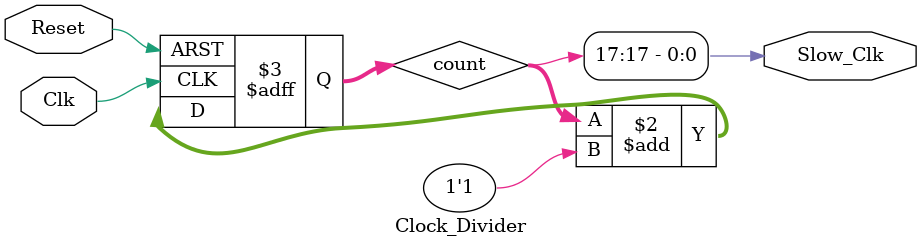
<source format=v>
`timescale 1ns / 1ps


module Clock_Divider(
    input Clk, Reset,
    output Slow_Clk
    );
  
  reg [17:0] count;
  
  always @(posedge Reset,posedge Clk )
  begin
  if(Reset)
  count <= 17'b0;
  else
  count <= count + 1'b1;
  end
   
   assign Slow_Clk = count[17]; 
endmodule

</source>
